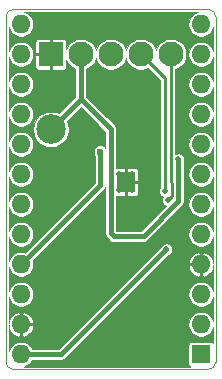
<source format=gbr>
%TF.GenerationSoftware,KiCad,Pcbnew,5.1.5+dfsg1-2~bpo10+1*%
%TF.CreationDate,Date%
%TF.ProjectId,ProMicro_ZPM,50726f4d-6963-4726-9f5f-5a504d2e6b69,v1.0*%
%TF.SameCoordinates,Original*%
%TF.FileFunction,Copper,L2,Bot*%
%TF.FilePolarity,Positive*%
%FSLAX45Y45*%
G04 Gerber Fmt 4.5, Leading zero omitted, Abs format (unit mm)*
G04 Created by KiCad*
%MOMM*%
%LPD*%
G04 APERTURE LIST*
%ADD10C,0.100000*%
%ADD11C,2.500000*%
%ADD12R,1.600000X1.800000*%
%ADD13C,0.500000*%
%ADD14C,2.100000*%
%ADD15R,2.100000X2.100000*%
%ADD16O,1.600000X1.600000*%
%ADD17R,1.600000X1.600000*%
%ADD18C,0.600000*%
%ADD19C,0.400000*%
%ADD20C,0.250000*%
%ADD21C,0.125000*%
%ADD22C,0.200000*%
%ADD23C,0.300000*%
%ADD24C,0.350000*%
G04 APERTURE END LIST*
D10*
X-63500Y-127000D02*
G75*
G02X-127000Y-63500I0J63500D01*
G01*
X1651000Y-63500D02*
G75*
G02X1587500Y-127000I-63500J0D01*
G01*
X1587500Y2921000D02*
G75*
G02X1651000Y2857500I0J-63500D01*
G01*
X-127000Y2857500D02*
G75*
G02X-63500Y2921000I63500J0D01*
G01*
X-127000Y-63500D02*
X-127000Y2857500D01*
X1587500Y-127000D02*
X-63500Y-127000D01*
X1651000Y2857500D02*
X1651000Y-63500D01*
X-63500Y2921000D02*
X1587500Y2921000D01*
D11*
X254000Y1905000D03*
D12*
X889000Y1460500D03*
D13*
X834000Y1525500D03*
X944000Y1525500D03*
X834000Y1395500D03*
X944000Y1395500D03*
D14*
X1270000Y2540000D03*
X1016000Y2540000D03*
X762000Y2540000D03*
X508000Y2540000D03*
D15*
X254000Y2540000D03*
D16*
X0Y0D03*
X0Y254000D03*
X0Y508000D03*
X1524000Y2794000D03*
X0Y762000D03*
X1524000Y2540000D03*
X0Y1016000D03*
X1524000Y2286000D03*
X0Y1270000D03*
X1524000Y2032000D03*
X0Y1524000D03*
X1524000Y1778000D03*
X0Y1778000D03*
X1524000Y1524000D03*
X0Y2032000D03*
X1524000Y1270000D03*
X0Y2286000D03*
X1524000Y1016000D03*
X0Y2540000D03*
X1524000Y762000D03*
X0Y2794000D03*
X1524000Y508000D03*
X1524000Y254000D03*
D17*
X1524000Y0D03*
D13*
X495300Y1143000D03*
X279400Y1143000D03*
D18*
X673100Y1714500D03*
D13*
X1231900Y889000D03*
X1333500Y1651000D03*
X789950Y1000750D03*
X1244600Y1308100D03*
X1219200Y1384300D03*
D19*
X0Y762000D02*
X673100Y1435100D01*
X673100Y1435100D02*
X673100Y1714500D01*
X342900Y0D02*
X1231900Y889000D01*
X0Y0D02*
X342900Y0D01*
X508000Y2540000D02*
X508000Y2159000D01*
X508000Y2159000D02*
X254000Y1905000D01*
X1333500Y1651000D02*
X1333500Y1295400D01*
X1333500Y1295400D02*
X1038850Y1000750D01*
X1038850Y1000750D02*
X789950Y1000750D01*
X762000Y1905000D02*
X508000Y2159000D01*
X762000Y1028700D02*
X762000Y1905000D01*
X789950Y1000750D02*
X762000Y1028700D01*
D20*
X1270000Y2540000D02*
X1270000Y1460500D01*
X1270000Y1460500D02*
X1280999Y1449501D01*
X1280999Y1449501D02*
X1280999Y1344499D01*
X1280999Y1344499D02*
X1269600Y1333100D01*
X1269600Y1333100D02*
X1244600Y1308100D01*
X1219200Y2336800D02*
X1219200Y1384300D01*
X1016000Y2540000D02*
X1219200Y2336800D01*
D21*
G36*
X1493008Y2896167D02*
G01*
X1473672Y2888157D01*
X1456270Y2876530D01*
X1441470Y2861730D01*
X1429842Y2844328D01*
X1421833Y2824992D01*
X1417750Y2804465D01*
X1417750Y2783535D01*
X1421833Y2763008D01*
X1429842Y2743672D01*
X1441470Y2726270D01*
X1456270Y2711470D01*
X1473672Y2699843D01*
X1493008Y2691833D01*
X1513535Y2687750D01*
X1534465Y2687750D01*
X1554992Y2691833D01*
X1574328Y2699843D01*
X1591730Y2711470D01*
X1606530Y2726270D01*
X1618157Y2743672D01*
X1626167Y2763008D01*
X1627250Y2768453D01*
X1627250Y2565547D01*
X1626167Y2570992D01*
X1618157Y2590328D01*
X1606530Y2607730D01*
X1591730Y2622530D01*
X1574328Y2634158D01*
X1554992Y2642167D01*
X1534465Y2646250D01*
X1513535Y2646250D01*
X1493008Y2642167D01*
X1473672Y2634158D01*
X1456270Y2622530D01*
X1441470Y2607730D01*
X1429842Y2590328D01*
X1421833Y2570992D01*
X1417750Y2550465D01*
X1417750Y2529535D01*
X1421833Y2509008D01*
X1429842Y2489672D01*
X1441470Y2472270D01*
X1456270Y2457470D01*
X1473672Y2445843D01*
X1493008Y2437833D01*
X1513535Y2433750D01*
X1534465Y2433750D01*
X1554992Y2437833D01*
X1574328Y2445843D01*
X1591730Y2457470D01*
X1606530Y2472270D01*
X1618157Y2489672D01*
X1626167Y2509008D01*
X1627250Y2514453D01*
X1627250Y2311547D01*
X1626167Y2316992D01*
X1618157Y2336328D01*
X1606530Y2353730D01*
X1591730Y2368530D01*
X1574328Y2380158D01*
X1554992Y2388167D01*
X1534465Y2392250D01*
X1513535Y2392250D01*
X1493008Y2388167D01*
X1473672Y2380158D01*
X1456270Y2368530D01*
X1441470Y2353730D01*
X1429842Y2336328D01*
X1421833Y2316992D01*
X1417750Y2296465D01*
X1417750Y2275535D01*
X1421833Y2255008D01*
X1429842Y2235672D01*
X1441470Y2218270D01*
X1456270Y2203470D01*
X1473672Y2191843D01*
X1493008Y2183833D01*
X1513535Y2179750D01*
X1534465Y2179750D01*
X1554992Y2183833D01*
X1574328Y2191843D01*
X1591730Y2203470D01*
X1606530Y2218270D01*
X1618157Y2235672D01*
X1626167Y2255008D01*
X1627250Y2260453D01*
X1627250Y2057547D01*
X1626167Y2062992D01*
X1618157Y2082328D01*
X1606530Y2099730D01*
X1591730Y2114530D01*
X1574328Y2126158D01*
X1554992Y2134167D01*
X1534465Y2138250D01*
X1513535Y2138250D01*
X1493008Y2134167D01*
X1473672Y2126158D01*
X1456270Y2114530D01*
X1441470Y2099730D01*
X1429842Y2082328D01*
X1421833Y2062992D01*
X1417750Y2042465D01*
X1417750Y2021535D01*
X1421833Y2001008D01*
X1429842Y1981672D01*
X1441470Y1964270D01*
X1456270Y1949470D01*
X1473672Y1937842D01*
X1493008Y1929833D01*
X1513535Y1925750D01*
X1534465Y1925750D01*
X1554992Y1929833D01*
X1574328Y1937842D01*
X1591730Y1949470D01*
X1606530Y1964270D01*
X1618157Y1981672D01*
X1626167Y2001008D01*
X1627250Y2006453D01*
X1627250Y1803547D01*
X1626167Y1808992D01*
X1618157Y1828328D01*
X1606530Y1845730D01*
X1591730Y1860530D01*
X1574328Y1872157D01*
X1554992Y1880167D01*
X1534465Y1884250D01*
X1513535Y1884250D01*
X1493008Y1880167D01*
X1473672Y1872157D01*
X1456270Y1860530D01*
X1441470Y1845730D01*
X1429842Y1828328D01*
X1421833Y1808992D01*
X1417750Y1788465D01*
X1417750Y1767535D01*
X1421833Y1747008D01*
X1429842Y1727672D01*
X1441470Y1710270D01*
X1456270Y1695470D01*
X1473672Y1683842D01*
X1493008Y1675833D01*
X1513535Y1671750D01*
X1534465Y1671750D01*
X1554992Y1675833D01*
X1574328Y1683842D01*
X1591730Y1695470D01*
X1606530Y1710270D01*
X1618157Y1727672D01*
X1626167Y1747008D01*
X1627250Y1752453D01*
X1627250Y1549547D01*
X1626167Y1554992D01*
X1618157Y1574328D01*
X1606530Y1591730D01*
X1591730Y1606530D01*
X1574328Y1618157D01*
X1554992Y1626167D01*
X1534465Y1630250D01*
X1513535Y1630250D01*
X1493008Y1626167D01*
X1473672Y1618157D01*
X1456270Y1606530D01*
X1441470Y1591730D01*
X1429842Y1574328D01*
X1421833Y1554992D01*
X1417750Y1534465D01*
X1417750Y1513535D01*
X1421833Y1493008D01*
X1429842Y1473672D01*
X1441470Y1456270D01*
X1456270Y1441470D01*
X1473672Y1429842D01*
X1493008Y1421833D01*
X1513535Y1417750D01*
X1534465Y1417750D01*
X1554992Y1421833D01*
X1574328Y1429842D01*
X1591730Y1441470D01*
X1606530Y1456270D01*
X1618157Y1473672D01*
X1626167Y1493008D01*
X1627250Y1498453D01*
X1627250Y1295547D01*
X1626167Y1300992D01*
X1618157Y1320328D01*
X1606530Y1337730D01*
X1591730Y1352530D01*
X1574328Y1364158D01*
X1554992Y1372167D01*
X1534465Y1376250D01*
X1513535Y1376250D01*
X1493008Y1372167D01*
X1473672Y1364158D01*
X1456270Y1352530D01*
X1441470Y1337730D01*
X1429842Y1320328D01*
X1421833Y1300992D01*
X1417750Y1280465D01*
X1417750Y1259535D01*
X1421833Y1239008D01*
X1429842Y1219672D01*
X1441470Y1202270D01*
X1456270Y1187470D01*
X1473672Y1175843D01*
X1493008Y1167833D01*
X1513535Y1163750D01*
X1534465Y1163750D01*
X1554992Y1167833D01*
X1574328Y1175843D01*
X1591730Y1187470D01*
X1606530Y1202270D01*
X1618157Y1219672D01*
X1626167Y1239008D01*
X1627250Y1244453D01*
X1627250Y1041546D01*
X1626167Y1046992D01*
X1618157Y1066328D01*
X1606530Y1083730D01*
X1591730Y1098530D01*
X1574328Y1110158D01*
X1554992Y1118167D01*
X1534465Y1122250D01*
X1513535Y1122250D01*
X1493008Y1118167D01*
X1473672Y1110158D01*
X1456270Y1098530D01*
X1441470Y1083730D01*
X1429842Y1066328D01*
X1421833Y1046992D01*
X1417750Y1026465D01*
X1417750Y1005535D01*
X1421833Y985008D01*
X1429842Y965672D01*
X1441470Y948270D01*
X1456270Y933470D01*
X1473672Y921842D01*
X1493008Y913833D01*
X1513535Y909750D01*
X1534465Y909750D01*
X1554992Y913833D01*
X1574328Y921842D01*
X1591730Y933470D01*
X1606530Y948270D01*
X1618157Y965672D01*
X1626167Y985008D01*
X1627250Y990453D01*
X1627250Y770750D01*
X1623303Y770750D01*
X1627217Y787207D01*
X1623826Y798385D01*
X1614810Y817161D01*
X1602303Y833818D01*
X1586788Y847714D01*
X1568859Y858316D01*
X1549207Y865217D01*
X1532750Y861327D01*
X1532750Y770750D01*
X1534750Y770750D01*
X1534750Y753250D01*
X1532750Y753250D01*
X1532750Y662673D01*
X1549207Y658783D01*
X1568859Y665684D01*
X1586788Y676286D01*
X1602303Y690182D01*
X1614810Y706839D01*
X1623826Y725615D01*
X1627217Y736793D01*
X1623303Y753250D01*
X1627250Y753250D01*
X1627250Y533546D01*
X1626167Y538992D01*
X1618157Y558328D01*
X1606530Y575730D01*
X1591730Y590530D01*
X1574328Y602158D01*
X1554992Y610167D01*
X1534465Y614250D01*
X1513535Y614250D01*
X1493008Y610167D01*
X1473672Y602158D01*
X1456270Y590530D01*
X1441470Y575730D01*
X1429842Y558328D01*
X1421833Y538992D01*
X1417750Y518465D01*
X1417750Y497535D01*
X1421833Y477008D01*
X1429842Y457672D01*
X1441470Y440270D01*
X1456270Y425470D01*
X1473672Y413842D01*
X1493008Y405833D01*
X1513535Y401750D01*
X1534465Y401750D01*
X1554992Y405833D01*
X1574328Y413842D01*
X1591730Y425470D01*
X1606530Y440270D01*
X1618157Y457672D01*
X1626167Y477008D01*
X1627250Y482454D01*
X1627250Y279546D01*
X1626167Y284992D01*
X1618157Y304328D01*
X1606530Y321730D01*
X1591730Y336530D01*
X1574328Y348158D01*
X1554992Y356167D01*
X1534465Y360250D01*
X1513535Y360250D01*
X1493008Y356167D01*
X1473672Y348158D01*
X1456270Y336530D01*
X1441470Y321730D01*
X1429842Y304328D01*
X1421833Y284992D01*
X1417750Y264465D01*
X1417750Y243535D01*
X1421833Y223008D01*
X1429842Y203672D01*
X1441470Y186270D01*
X1456270Y171470D01*
X1473672Y159843D01*
X1493008Y151833D01*
X1513535Y147750D01*
X1534465Y147750D01*
X1554992Y151833D01*
X1574328Y159843D01*
X1591730Y171470D01*
X1606530Y186270D01*
X1618157Y203672D01*
X1626167Y223008D01*
X1627250Y228454D01*
X1627250Y92188D01*
X1625932Y94654D01*
X1622651Y98651D01*
X1618654Y101932D01*
X1614094Y104369D01*
X1609146Y105870D01*
X1604000Y106377D01*
X1444000Y106377D01*
X1438854Y105870D01*
X1433906Y104369D01*
X1429346Y101932D01*
X1425349Y98651D01*
X1422068Y94654D01*
X1419631Y90094D01*
X1418130Y85146D01*
X1417623Y80000D01*
X1417623Y-80000D01*
X1418130Y-85146D01*
X1419631Y-90094D01*
X1422068Y-94654D01*
X1425349Y-98651D01*
X1429346Y-101932D01*
X1431812Y-103250D01*
X25547Y-103250D01*
X30992Y-102167D01*
X50328Y-94157D01*
X67730Y-82530D01*
X82530Y-67730D01*
X94157Y-50328D01*
X95847Y-46250D01*
X340629Y-46250D01*
X342900Y-46474D01*
X345171Y-46250D01*
X351967Y-45581D01*
X360685Y-42936D01*
X368719Y-38642D01*
X375762Y-32862D01*
X377210Y-31097D01*
X1145100Y736793D01*
X1420783Y736793D01*
X1424174Y725615D01*
X1433190Y706839D01*
X1445697Y690182D01*
X1461212Y676286D01*
X1479141Y665684D01*
X1498793Y658783D01*
X1515250Y662673D01*
X1515250Y753250D01*
X1424697Y753250D01*
X1420783Y736793D01*
X1145100Y736793D01*
X1195514Y787207D01*
X1420783Y787207D01*
X1424697Y770750D01*
X1515250Y770750D01*
X1515250Y861327D01*
X1498793Y865217D01*
X1479141Y858316D01*
X1461212Y847714D01*
X1445697Y833818D01*
X1433190Y817161D01*
X1424174Y798385D01*
X1420783Y787207D01*
X1195514Y787207D01*
X1248860Y840552D01*
X1256176Y843583D01*
X1264570Y849191D01*
X1271709Y856330D01*
X1277317Y864724D01*
X1281181Y874051D01*
X1283150Y883952D01*
X1283150Y894048D01*
X1281181Y903949D01*
X1277317Y913276D01*
X1271709Y921670D01*
X1264570Y928808D01*
X1256176Y934417D01*
X1246849Y938280D01*
X1236948Y940250D01*
X1226852Y940250D01*
X1216951Y938280D01*
X1207624Y934417D01*
X1199230Y928808D01*
X1192092Y921670D01*
X1186483Y913276D01*
X1183452Y905959D01*
X323743Y46250D01*
X95847Y46250D01*
X94157Y50328D01*
X82530Y67730D01*
X67730Y82530D01*
X50328Y94157D01*
X30992Y102167D01*
X10465Y106250D01*
X-10465Y106250D01*
X-30992Y102167D01*
X-50328Y94157D01*
X-67730Y82530D01*
X-82530Y67730D01*
X-94157Y50328D01*
X-102167Y30992D01*
X-103250Y25547D01*
X-103250Y245250D01*
X-99303Y245250D01*
X-103217Y228793D01*
X-99826Y217615D01*
X-90810Y198839D01*
X-78303Y182182D01*
X-62788Y168286D01*
X-44859Y157684D01*
X-25207Y150783D01*
X-8750Y154673D01*
X-8750Y245250D01*
X8750Y245250D01*
X8750Y154673D01*
X25207Y150783D01*
X44859Y157684D01*
X62788Y168286D01*
X78303Y182182D01*
X90810Y198839D01*
X99826Y217615D01*
X103217Y228793D01*
X99303Y245250D01*
X8750Y245250D01*
X-8750Y245250D01*
X-10750Y245250D01*
X-10750Y262750D01*
X-8750Y262750D01*
X-8750Y353327D01*
X8750Y353327D01*
X8750Y262750D01*
X99303Y262750D01*
X103217Y279207D01*
X99826Y290385D01*
X90810Y309161D01*
X78303Y325818D01*
X62788Y339714D01*
X44859Y350316D01*
X25207Y357217D01*
X8750Y353327D01*
X-8750Y353327D01*
X-25207Y357217D01*
X-44859Y350316D01*
X-62788Y339714D01*
X-78303Y325818D01*
X-90810Y309161D01*
X-99826Y290385D01*
X-103217Y279207D01*
X-99303Y262750D01*
X-103250Y262750D01*
X-103250Y482453D01*
X-102167Y477008D01*
X-94157Y457672D01*
X-82530Y440270D01*
X-67730Y425470D01*
X-50328Y413842D01*
X-30992Y405833D01*
X-10465Y401750D01*
X10465Y401750D01*
X30992Y405833D01*
X50328Y413842D01*
X67730Y425470D01*
X82530Y440270D01*
X94157Y457672D01*
X102167Y477008D01*
X106250Y497535D01*
X106250Y518465D01*
X102167Y538992D01*
X94157Y558328D01*
X82530Y575730D01*
X67730Y590530D01*
X50328Y602158D01*
X30992Y610167D01*
X10465Y614250D01*
X-10465Y614250D01*
X-30992Y610167D01*
X-50328Y602158D01*
X-67730Y590530D01*
X-82530Y575730D01*
X-94157Y558328D01*
X-102167Y538992D01*
X-103250Y533547D01*
X-103250Y736453D01*
X-102167Y731008D01*
X-94157Y711672D01*
X-82530Y694270D01*
X-67730Y679470D01*
X-50328Y667843D01*
X-30992Y659833D01*
X-10465Y655750D01*
X10465Y655750D01*
X30992Y659833D01*
X50328Y667843D01*
X67730Y679470D01*
X82530Y694270D01*
X94157Y711672D01*
X102167Y731008D01*
X106250Y751535D01*
X106250Y772465D01*
X102167Y792992D01*
X100478Y797070D01*
X704198Y1400790D01*
X705962Y1402238D01*
X711741Y1409281D01*
X715750Y1416780D01*
X715750Y1030971D01*
X715526Y1028700D01*
X715750Y1026429D01*
X716419Y1019633D01*
X719064Y1010915D01*
X723358Y1002881D01*
X729138Y995838D01*
X730903Y994390D01*
X741502Y983790D01*
X744533Y976474D01*
X750141Y968080D01*
X757280Y960941D01*
X765674Y955333D01*
X775001Y951469D01*
X784902Y949500D01*
X794998Y949500D01*
X804899Y951469D01*
X812215Y954500D01*
X1036579Y954500D01*
X1038850Y954276D01*
X1041121Y954500D01*
X1047917Y955169D01*
X1056635Y957814D01*
X1064669Y962108D01*
X1071712Y967888D01*
X1073160Y969653D01*
X1364598Y1261090D01*
X1366362Y1262538D01*
X1372142Y1269581D01*
X1376436Y1277615D01*
X1379081Y1286333D01*
X1379750Y1293129D01*
X1379974Y1295400D01*
X1379750Y1297671D01*
X1379750Y1628735D01*
X1382781Y1636051D01*
X1384750Y1645952D01*
X1384750Y1656048D01*
X1382781Y1665949D01*
X1378917Y1675276D01*
X1373309Y1683670D01*
X1366170Y1690808D01*
X1357776Y1696417D01*
X1348449Y1700280D01*
X1338548Y1702250D01*
X1328452Y1702250D01*
X1318551Y1700280D01*
X1309224Y1696417D01*
X1308750Y1696100D01*
X1308750Y2413987D01*
X1332170Y2423688D01*
X1353667Y2438051D01*
X1371949Y2456333D01*
X1386312Y2477830D01*
X1396206Y2501716D01*
X1401250Y2527073D01*
X1401250Y2552927D01*
X1396206Y2578284D01*
X1386312Y2602170D01*
X1371949Y2623667D01*
X1353667Y2641949D01*
X1332170Y2656312D01*
X1308284Y2666206D01*
X1282927Y2671250D01*
X1257073Y2671250D01*
X1231716Y2666206D01*
X1207830Y2656312D01*
X1186333Y2641949D01*
X1168051Y2623667D01*
X1153688Y2602170D01*
X1143794Y2578284D01*
X1143000Y2574293D01*
X1142206Y2578284D01*
X1132312Y2602170D01*
X1117949Y2623667D01*
X1099667Y2641949D01*
X1078170Y2656312D01*
X1054284Y2666206D01*
X1028927Y2671250D01*
X1003073Y2671250D01*
X977716Y2666206D01*
X953830Y2656312D01*
X932333Y2641949D01*
X914051Y2623667D01*
X899688Y2602170D01*
X889794Y2578284D01*
X889000Y2574293D01*
X888206Y2578284D01*
X878312Y2602170D01*
X863949Y2623667D01*
X845667Y2641949D01*
X824170Y2656312D01*
X800284Y2666206D01*
X774927Y2671250D01*
X749073Y2671250D01*
X723716Y2666206D01*
X699830Y2656312D01*
X678333Y2641949D01*
X660051Y2623667D01*
X645688Y2602170D01*
X635794Y2578284D01*
X635000Y2574293D01*
X634206Y2578284D01*
X624312Y2602170D01*
X609949Y2623667D01*
X591667Y2641949D01*
X570170Y2656312D01*
X546284Y2666206D01*
X520927Y2671250D01*
X495073Y2671250D01*
X469716Y2666206D01*
X445830Y2656312D01*
X424333Y2641949D01*
X406051Y2623667D01*
X391688Y2602170D01*
X385294Y2586736D01*
X385377Y2645000D01*
X384870Y2650146D01*
X383369Y2655094D01*
X380932Y2659654D01*
X377651Y2663651D01*
X373654Y2666932D01*
X369094Y2669369D01*
X364146Y2670870D01*
X359000Y2671377D01*
X269313Y2671250D01*
X262750Y2664688D01*
X262750Y2548750D01*
X264750Y2548750D01*
X264750Y2531250D01*
X262750Y2531250D01*
X262750Y2415313D01*
X269313Y2408750D01*
X359000Y2408623D01*
X364146Y2409130D01*
X369094Y2410631D01*
X373654Y2413068D01*
X377651Y2416349D01*
X380932Y2420346D01*
X383369Y2424906D01*
X384870Y2429854D01*
X385377Y2435000D01*
X385294Y2493264D01*
X391688Y2477830D01*
X406051Y2456333D01*
X424333Y2438051D01*
X445830Y2423688D01*
X461750Y2417093D01*
X461750Y2178158D01*
X323512Y2039919D01*
X298118Y2050437D01*
X268897Y2056250D01*
X239103Y2056250D01*
X209882Y2050437D01*
X182356Y2039036D01*
X157584Y2022483D01*
X136517Y2001416D01*
X119964Y1976644D01*
X108562Y1949118D01*
X102750Y1919897D01*
X102750Y1890103D01*
X108562Y1860882D01*
X119964Y1833356D01*
X136517Y1808584D01*
X157584Y1787516D01*
X182356Y1770964D01*
X209882Y1759562D01*
X239103Y1753750D01*
X268897Y1753750D01*
X298118Y1759562D01*
X325644Y1770964D01*
X350416Y1787516D01*
X371483Y1808584D01*
X388036Y1833356D01*
X399437Y1860882D01*
X405250Y1890103D01*
X405250Y1919897D01*
X399437Y1949118D01*
X388919Y1974512D01*
X508000Y2093593D01*
X715750Y1885842D01*
X715750Y1751399D01*
X708957Y1758192D01*
X699744Y1764348D01*
X689508Y1768588D01*
X678640Y1770750D01*
X667560Y1770750D01*
X656693Y1768588D01*
X646456Y1764348D01*
X637243Y1758192D01*
X629408Y1750357D01*
X623252Y1741144D01*
X619012Y1730907D01*
X616850Y1720040D01*
X616850Y1708960D01*
X619012Y1698092D01*
X623252Y1687856D01*
X626850Y1682470D01*
X626850Y1454257D01*
X35070Y862478D01*
X30992Y864167D01*
X10465Y868250D01*
X-10465Y868250D01*
X-30992Y864167D01*
X-50328Y856157D01*
X-67730Y844530D01*
X-82530Y829730D01*
X-94157Y812328D01*
X-102167Y792992D01*
X-103250Y787547D01*
X-103250Y990453D01*
X-102167Y985008D01*
X-94157Y965672D01*
X-82530Y948270D01*
X-67730Y933470D01*
X-50328Y921842D01*
X-30992Y913833D01*
X-10465Y909750D01*
X10465Y909750D01*
X30992Y913833D01*
X50328Y921842D01*
X67730Y933470D01*
X82530Y948270D01*
X94157Y965672D01*
X102167Y985008D01*
X106250Y1005535D01*
X106250Y1026465D01*
X102167Y1046992D01*
X94157Y1066328D01*
X82530Y1083730D01*
X67730Y1098530D01*
X50328Y1110158D01*
X30992Y1118167D01*
X10465Y1122250D01*
X-10465Y1122250D01*
X-30992Y1118167D01*
X-50328Y1110158D01*
X-67730Y1098530D01*
X-82530Y1083730D01*
X-94157Y1066328D01*
X-102167Y1046992D01*
X-103250Y1041547D01*
X-103250Y1244453D01*
X-102167Y1239008D01*
X-94157Y1219672D01*
X-82530Y1202270D01*
X-67730Y1187470D01*
X-50328Y1175843D01*
X-30992Y1167833D01*
X-10465Y1163750D01*
X10465Y1163750D01*
X30992Y1167833D01*
X50328Y1175843D01*
X67730Y1187470D01*
X82530Y1202270D01*
X94157Y1219672D01*
X102167Y1239008D01*
X106250Y1259535D01*
X106250Y1280465D01*
X102167Y1300992D01*
X94157Y1320328D01*
X82530Y1337730D01*
X67730Y1352530D01*
X50328Y1364158D01*
X30992Y1372167D01*
X10465Y1376250D01*
X-10465Y1376250D01*
X-30992Y1372167D01*
X-50328Y1364158D01*
X-67730Y1352530D01*
X-82530Y1337730D01*
X-94157Y1320328D01*
X-102167Y1300992D01*
X-103250Y1295547D01*
X-103250Y1498453D01*
X-102167Y1493008D01*
X-94157Y1473672D01*
X-82530Y1456270D01*
X-67730Y1441470D01*
X-50328Y1429842D01*
X-30992Y1421833D01*
X-10465Y1417750D01*
X10465Y1417750D01*
X30992Y1421833D01*
X50328Y1429842D01*
X67730Y1441470D01*
X82530Y1456270D01*
X94157Y1473672D01*
X102167Y1493008D01*
X106250Y1513535D01*
X106250Y1534465D01*
X102167Y1554992D01*
X94157Y1574328D01*
X82530Y1591730D01*
X67730Y1606530D01*
X50328Y1618157D01*
X30992Y1626167D01*
X10465Y1630250D01*
X-10465Y1630250D01*
X-30992Y1626167D01*
X-50328Y1618157D01*
X-67730Y1606530D01*
X-82530Y1591730D01*
X-94157Y1574328D01*
X-102167Y1554992D01*
X-103250Y1549547D01*
X-103250Y1752453D01*
X-102167Y1747008D01*
X-94157Y1727672D01*
X-82530Y1710270D01*
X-67730Y1695470D01*
X-50328Y1683842D01*
X-30992Y1675833D01*
X-10465Y1671750D01*
X10465Y1671750D01*
X30992Y1675833D01*
X50328Y1683842D01*
X67730Y1695470D01*
X82530Y1710270D01*
X94157Y1727672D01*
X102167Y1747008D01*
X106250Y1767535D01*
X106250Y1788465D01*
X102167Y1808992D01*
X94157Y1828328D01*
X82530Y1845730D01*
X67730Y1860530D01*
X50328Y1872157D01*
X30992Y1880167D01*
X10465Y1884250D01*
X-10465Y1884250D01*
X-30992Y1880167D01*
X-50328Y1872157D01*
X-67730Y1860530D01*
X-82530Y1845730D01*
X-94157Y1828328D01*
X-102167Y1808992D01*
X-103250Y1803547D01*
X-103250Y2006453D01*
X-102167Y2001008D01*
X-94157Y1981672D01*
X-82530Y1964270D01*
X-67730Y1949470D01*
X-50328Y1937842D01*
X-30992Y1929833D01*
X-10465Y1925750D01*
X10465Y1925750D01*
X30992Y1929833D01*
X50328Y1937842D01*
X67730Y1949470D01*
X82530Y1964270D01*
X94157Y1981672D01*
X102167Y2001008D01*
X106250Y2021535D01*
X106250Y2042465D01*
X102167Y2062992D01*
X94157Y2082328D01*
X82530Y2099730D01*
X67730Y2114530D01*
X50328Y2126158D01*
X30992Y2134167D01*
X10465Y2138250D01*
X-10465Y2138250D01*
X-30992Y2134167D01*
X-50328Y2126158D01*
X-67730Y2114530D01*
X-82530Y2099730D01*
X-94157Y2082328D01*
X-102167Y2062992D01*
X-103250Y2057547D01*
X-103250Y2260453D01*
X-102167Y2255008D01*
X-94157Y2235672D01*
X-82530Y2218270D01*
X-67730Y2203470D01*
X-50328Y2191843D01*
X-30992Y2183833D01*
X-10465Y2179750D01*
X10465Y2179750D01*
X30992Y2183833D01*
X50328Y2191843D01*
X67730Y2203470D01*
X82530Y2218270D01*
X94157Y2235672D01*
X102167Y2255008D01*
X106250Y2275535D01*
X106250Y2296465D01*
X102167Y2316992D01*
X94157Y2336328D01*
X82530Y2353730D01*
X67730Y2368530D01*
X50328Y2380158D01*
X30992Y2388167D01*
X10465Y2392250D01*
X-10465Y2392250D01*
X-30992Y2388167D01*
X-50328Y2380158D01*
X-67730Y2368530D01*
X-82530Y2353730D01*
X-94157Y2336328D01*
X-102167Y2316992D01*
X-103250Y2311547D01*
X-103250Y2514453D01*
X-102167Y2509008D01*
X-94157Y2489672D01*
X-82530Y2472270D01*
X-67730Y2457470D01*
X-50328Y2445843D01*
X-30992Y2437833D01*
X-10465Y2433750D01*
X10465Y2433750D01*
X16749Y2435000D01*
X122623Y2435000D01*
X123130Y2429854D01*
X124631Y2424906D01*
X127068Y2420346D01*
X130349Y2416349D01*
X134346Y2413068D01*
X138906Y2410631D01*
X143854Y2409130D01*
X149000Y2408623D01*
X238687Y2408750D01*
X245250Y2415313D01*
X245250Y2531250D01*
X129312Y2531250D01*
X122750Y2524688D01*
X122623Y2435000D01*
X16749Y2435000D01*
X30992Y2437833D01*
X50328Y2445843D01*
X67730Y2457470D01*
X82530Y2472270D01*
X94157Y2489672D01*
X102167Y2509008D01*
X106250Y2529535D01*
X106250Y2550465D01*
X102167Y2570992D01*
X94157Y2590328D01*
X82530Y2607730D01*
X67730Y2622530D01*
X50328Y2634158D01*
X30992Y2642167D01*
X16749Y2645000D01*
X122623Y2645000D01*
X122750Y2555313D01*
X129312Y2548750D01*
X245250Y2548750D01*
X245250Y2664688D01*
X238687Y2671250D01*
X149000Y2671377D01*
X143854Y2670870D01*
X138906Y2669369D01*
X134346Y2666932D01*
X130349Y2663651D01*
X127068Y2659654D01*
X124631Y2655094D01*
X123130Y2650146D01*
X122623Y2645000D01*
X16749Y2645000D01*
X10465Y2646250D01*
X-10465Y2646250D01*
X-30992Y2642167D01*
X-50328Y2634158D01*
X-67730Y2622530D01*
X-82530Y2607730D01*
X-94157Y2590328D01*
X-102167Y2570992D01*
X-103250Y2565547D01*
X-103250Y2768453D01*
X-102167Y2763008D01*
X-94157Y2743672D01*
X-82530Y2726270D01*
X-67730Y2711470D01*
X-50328Y2699843D01*
X-30992Y2691833D01*
X-10465Y2687750D01*
X10465Y2687750D01*
X30992Y2691833D01*
X50328Y2699843D01*
X67730Y2711470D01*
X82530Y2726270D01*
X94157Y2743672D01*
X102167Y2763008D01*
X106250Y2783535D01*
X106250Y2804465D01*
X102167Y2824992D01*
X94157Y2844328D01*
X82530Y2861730D01*
X67730Y2876530D01*
X50328Y2888157D01*
X30992Y2896167D01*
X25547Y2897250D01*
X1498453Y2897250D01*
X1493008Y2896167D01*
G37*
X1493008Y2896167D02*
X1473672Y2888157D01*
X1456270Y2876530D01*
X1441470Y2861730D01*
X1429842Y2844328D01*
X1421833Y2824992D01*
X1417750Y2804465D01*
X1417750Y2783535D01*
X1421833Y2763008D01*
X1429842Y2743672D01*
X1441470Y2726270D01*
X1456270Y2711470D01*
X1473672Y2699843D01*
X1493008Y2691833D01*
X1513535Y2687750D01*
X1534465Y2687750D01*
X1554992Y2691833D01*
X1574328Y2699843D01*
X1591730Y2711470D01*
X1606530Y2726270D01*
X1618157Y2743672D01*
X1626167Y2763008D01*
X1627250Y2768453D01*
X1627250Y2565547D01*
X1626167Y2570992D01*
X1618157Y2590328D01*
X1606530Y2607730D01*
X1591730Y2622530D01*
X1574328Y2634158D01*
X1554992Y2642167D01*
X1534465Y2646250D01*
X1513535Y2646250D01*
X1493008Y2642167D01*
X1473672Y2634158D01*
X1456270Y2622530D01*
X1441470Y2607730D01*
X1429842Y2590328D01*
X1421833Y2570992D01*
X1417750Y2550465D01*
X1417750Y2529535D01*
X1421833Y2509008D01*
X1429842Y2489672D01*
X1441470Y2472270D01*
X1456270Y2457470D01*
X1473672Y2445843D01*
X1493008Y2437833D01*
X1513535Y2433750D01*
X1534465Y2433750D01*
X1554992Y2437833D01*
X1574328Y2445843D01*
X1591730Y2457470D01*
X1606530Y2472270D01*
X1618157Y2489672D01*
X1626167Y2509008D01*
X1627250Y2514453D01*
X1627250Y2311547D01*
X1626167Y2316992D01*
X1618157Y2336328D01*
X1606530Y2353730D01*
X1591730Y2368530D01*
X1574328Y2380158D01*
X1554992Y2388167D01*
X1534465Y2392250D01*
X1513535Y2392250D01*
X1493008Y2388167D01*
X1473672Y2380158D01*
X1456270Y2368530D01*
X1441470Y2353730D01*
X1429842Y2336328D01*
X1421833Y2316992D01*
X1417750Y2296465D01*
X1417750Y2275535D01*
X1421833Y2255008D01*
X1429842Y2235672D01*
X1441470Y2218270D01*
X1456270Y2203470D01*
X1473672Y2191843D01*
X1493008Y2183833D01*
X1513535Y2179750D01*
X1534465Y2179750D01*
X1554992Y2183833D01*
X1574328Y2191843D01*
X1591730Y2203470D01*
X1606530Y2218270D01*
X1618157Y2235672D01*
X1626167Y2255008D01*
X1627250Y2260453D01*
X1627250Y2057547D01*
X1626167Y2062992D01*
X1618157Y2082328D01*
X1606530Y2099730D01*
X1591730Y2114530D01*
X1574328Y2126158D01*
X1554992Y2134167D01*
X1534465Y2138250D01*
X1513535Y2138250D01*
X1493008Y2134167D01*
X1473672Y2126158D01*
X1456270Y2114530D01*
X1441470Y2099730D01*
X1429842Y2082328D01*
X1421833Y2062992D01*
X1417750Y2042465D01*
X1417750Y2021535D01*
X1421833Y2001008D01*
X1429842Y1981672D01*
X1441470Y1964270D01*
X1456270Y1949470D01*
X1473672Y1937842D01*
X1493008Y1929833D01*
X1513535Y1925750D01*
X1534465Y1925750D01*
X1554992Y1929833D01*
X1574328Y1937842D01*
X1591730Y1949470D01*
X1606530Y1964270D01*
X1618157Y1981672D01*
X1626167Y2001008D01*
X1627250Y2006453D01*
X1627250Y1803547D01*
X1626167Y1808992D01*
X1618157Y1828328D01*
X1606530Y1845730D01*
X1591730Y1860530D01*
X1574328Y1872157D01*
X1554992Y1880167D01*
X1534465Y1884250D01*
X1513535Y1884250D01*
X1493008Y1880167D01*
X1473672Y1872157D01*
X1456270Y1860530D01*
X1441470Y1845730D01*
X1429842Y1828328D01*
X1421833Y1808992D01*
X1417750Y1788465D01*
X1417750Y1767535D01*
X1421833Y1747008D01*
X1429842Y1727672D01*
X1441470Y1710270D01*
X1456270Y1695470D01*
X1473672Y1683842D01*
X1493008Y1675833D01*
X1513535Y1671750D01*
X1534465Y1671750D01*
X1554992Y1675833D01*
X1574328Y1683842D01*
X1591730Y1695470D01*
X1606530Y1710270D01*
X1618157Y1727672D01*
X1626167Y1747008D01*
X1627250Y1752453D01*
X1627250Y1549547D01*
X1626167Y1554992D01*
X1618157Y1574328D01*
X1606530Y1591730D01*
X1591730Y1606530D01*
X1574328Y1618157D01*
X1554992Y1626167D01*
X1534465Y1630250D01*
X1513535Y1630250D01*
X1493008Y1626167D01*
X1473672Y1618157D01*
X1456270Y1606530D01*
X1441470Y1591730D01*
X1429842Y1574328D01*
X1421833Y1554992D01*
X1417750Y1534465D01*
X1417750Y1513535D01*
X1421833Y1493008D01*
X1429842Y1473672D01*
X1441470Y1456270D01*
X1456270Y1441470D01*
X1473672Y1429842D01*
X1493008Y1421833D01*
X1513535Y1417750D01*
X1534465Y1417750D01*
X1554992Y1421833D01*
X1574328Y1429842D01*
X1591730Y1441470D01*
X1606530Y1456270D01*
X1618157Y1473672D01*
X1626167Y1493008D01*
X1627250Y1498453D01*
X1627250Y1295547D01*
X1626167Y1300992D01*
X1618157Y1320328D01*
X1606530Y1337730D01*
X1591730Y1352530D01*
X1574328Y1364158D01*
X1554992Y1372167D01*
X1534465Y1376250D01*
X1513535Y1376250D01*
X1493008Y1372167D01*
X1473672Y1364158D01*
X1456270Y1352530D01*
X1441470Y1337730D01*
X1429842Y1320328D01*
X1421833Y1300992D01*
X1417750Y1280465D01*
X1417750Y1259535D01*
X1421833Y1239008D01*
X1429842Y1219672D01*
X1441470Y1202270D01*
X1456270Y1187470D01*
X1473672Y1175843D01*
X1493008Y1167833D01*
X1513535Y1163750D01*
X1534465Y1163750D01*
X1554992Y1167833D01*
X1574328Y1175843D01*
X1591730Y1187470D01*
X1606530Y1202270D01*
X1618157Y1219672D01*
X1626167Y1239008D01*
X1627250Y1244453D01*
X1627250Y1041546D01*
X1626167Y1046992D01*
X1618157Y1066328D01*
X1606530Y1083730D01*
X1591730Y1098530D01*
X1574328Y1110158D01*
X1554992Y1118167D01*
X1534465Y1122250D01*
X1513535Y1122250D01*
X1493008Y1118167D01*
X1473672Y1110158D01*
X1456270Y1098530D01*
X1441470Y1083730D01*
X1429842Y1066328D01*
X1421833Y1046992D01*
X1417750Y1026465D01*
X1417750Y1005535D01*
X1421833Y985008D01*
X1429842Y965672D01*
X1441470Y948270D01*
X1456270Y933470D01*
X1473672Y921842D01*
X1493008Y913833D01*
X1513535Y909750D01*
X1534465Y909750D01*
X1554992Y913833D01*
X1574328Y921842D01*
X1591730Y933470D01*
X1606530Y948270D01*
X1618157Y965672D01*
X1626167Y985008D01*
X1627250Y990453D01*
X1627250Y770750D01*
X1623303Y770750D01*
X1627217Y787207D01*
X1623826Y798385D01*
X1614810Y817161D01*
X1602303Y833818D01*
X1586788Y847714D01*
X1568859Y858316D01*
X1549207Y865217D01*
X1532750Y861327D01*
X1532750Y770750D01*
X1534750Y770750D01*
X1534750Y753250D01*
X1532750Y753250D01*
X1532750Y662673D01*
X1549207Y658783D01*
X1568859Y665684D01*
X1586788Y676286D01*
X1602303Y690182D01*
X1614810Y706839D01*
X1623826Y725615D01*
X1627217Y736793D01*
X1623303Y753250D01*
X1627250Y753250D01*
X1627250Y533546D01*
X1626167Y538992D01*
X1618157Y558328D01*
X1606530Y575730D01*
X1591730Y590530D01*
X1574328Y602158D01*
X1554992Y610167D01*
X1534465Y614250D01*
X1513535Y614250D01*
X1493008Y610167D01*
X1473672Y602158D01*
X1456270Y590530D01*
X1441470Y575730D01*
X1429842Y558328D01*
X1421833Y538992D01*
X1417750Y518465D01*
X1417750Y497535D01*
X1421833Y477008D01*
X1429842Y457672D01*
X1441470Y440270D01*
X1456270Y425470D01*
X1473672Y413842D01*
X1493008Y405833D01*
X1513535Y401750D01*
X1534465Y401750D01*
X1554992Y405833D01*
X1574328Y413842D01*
X1591730Y425470D01*
X1606530Y440270D01*
X1618157Y457672D01*
X1626167Y477008D01*
X1627250Y482454D01*
X1627250Y279546D01*
X1626167Y284992D01*
X1618157Y304328D01*
X1606530Y321730D01*
X1591730Y336530D01*
X1574328Y348158D01*
X1554992Y356167D01*
X1534465Y360250D01*
X1513535Y360250D01*
X1493008Y356167D01*
X1473672Y348158D01*
X1456270Y336530D01*
X1441470Y321730D01*
X1429842Y304328D01*
X1421833Y284992D01*
X1417750Y264465D01*
X1417750Y243535D01*
X1421833Y223008D01*
X1429842Y203672D01*
X1441470Y186270D01*
X1456270Y171470D01*
X1473672Y159843D01*
X1493008Y151833D01*
X1513535Y147750D01*
X1534465Y147750D01*
X1554992Y151833D01*
X1574328Y159843D01*
X1591730Y171470D01*
X1606530Y186270D01*
X1618157Y203672D01*
X1626167Y223008D01*
X1627250Y228454D01*
X1627250Y92188D01*
X1625932Y94654D01*
X1622651Y98651D01*
X1618654Y101932D01*
X1614094Y104369D01*
X1609146Y105870D01*
X1604000Y106377D01*
X1444000Y106377D01*
X1438854Y105870D01*
X1433906Y104369D01*
X1429346Y101932D01*
X1425349Y98651D01*
X1422068Y94654D01*
X1419631Y90094D01*
X1418130Y85146D01*
X1417623Y80000D01*
X1417623Y-80000D01*
X1418130Y-85146D01*
X1419631Y-90094D01*
X1422068Y-94654D01*
X1425349Y-98651D01*
X1429346Y-101932D01*
X1431812Y-103250D01*
X25547Y-103250D01*
X30992Y-102167D01*
X50328Y-94157D01*
X67730Y-82530D01*
X82530Y-67730D01*
X94157Y-50328D01*
X95847Y-46250D01*
X340629Y-46250D01*
X342900Y-46474D01*
X345171Y-46250D01*
X351967Y-45581D01*
X360685Y-42936D01*
X368719Y-38642D01*
X375762Y-32862D01*
X377210Y-31097D01*
X1145100Y736793D01*
X1420783Y736793D01*
X1424174Y725615D01*
X1433190Y706839D01*
X1445697Y690182D01*
X1461212Y676286D01*
X1479141Y665684D01*
X1498793Y658783D01*
X1515250Y662673D01*
X1515250Y753250D01*
X1424697Y753250D01*
X1420783Y736793D01*
X1145100Y736793D01*
X1195514Y787207D01*
X1420783Y787207D01*
X1424697Y770750D01*
X1515250Y770750D01*
X1515250Y861327D01*
X1498793Y865217D01*
X1479141Y858316D01*
X1461212Y847714D01*
X1445697Y833818D01*
X1433190Y817161D01*
X1424174Y798385D01*
X1420783Y787207D01*
X1195514Y787207D01*
X1248860Y840552D01*
X1256176Y843583D01*
X1264570Y849191D01*
X1271709Y856330D01*
X1277317Y864724D01*
X1281181Y874051D01*
X1283150Y883952D01*
X1283150Y894048D01*
X1281181Y903949D01*
X1277317Y913276D01*
X1271709Y921670D01*
X1264570Y928808D01*
X1256176Y934417D01*
X1246849Y938280D01*
X1236948Y940250D01*
X1226852Y940250D01*
X1216951Y938280D01*
X1207624Y934417D01*
X1199230Y928808D01*
X1192092Y921670D01*
X1186483Y913276D01*
X1183452Y905959D01*
X323743Y46250D01*
X95847Y46250D01*
X94157Y50328D01*
X82530Y67730D01*
X67730Y82530D01*
X50328Y94157D01*
X30992Y102167D01*
X10465Y106250D01*
X-10465Y106250D01*
X-30992Y102167D01*
X-50328Y94157D01*
X-67730Y82530D01*
X-82530Y67730D01*
X-94157Y50328D01*
X-102167Y30992D01*
X-103250Y25547D01*
X-103250Y245250D01*
X-99303Y245250D01*
X-103217Y228793D01*
X-99826Y217615D01*
X-90810Y198839D01*
X-78303Y182182D01*
X-62788Y168286D01*
X-44859Y157684D01*
X-25207Y150783D01*
X-8750Y154673D01*
X-8750Y245250D01*
X8750Y245250D01*
X8750Y154673D01*
X25207Y150783D01*
X44859Y157684D01*
X62788Y168286D01*
X78303Y182182D01*
X90810Y198839D01*
X99826Y217615D01*
X103217Y228793D01*
X99303Y245250D01*
X8750Y245250D01*
X-8750Y245250D01*
X-10750Y245250D01*
X-10750Y262750D01*
X-8750Y262750D01*
X-8750Y353327D01*
X8750Y353327D01*
X8750Y262750D01*
X99303Y262750D01*
X103217Y279207D01*
X99826Y290385D01*
X90810Y309161D01*
X78303Y325818D01*
X62788Y339714D01*
X44859Y350316D01*
X25207Y357217D01*
X8750Y353327D01*
X-8750Y353327D01*
X-25207Y357217D01*
X-44859Y350316D01*
X-62788Y339714D01*
X-78303Y325818D01*
X-90810Y309161D01*
X-99826Y290385D01*
X-103217Y279207D01*
X-99303Y262750D01*
X-103250Y262750D01*
X-103250Y482453D01*
X-102167Y477008D01*
X-94157Y457672D01*
X-82530Y440270D01*
X-67730Y425470D01*
X-50328Y413842D01*
X-30992Y405833D01*
X-10465Y401750D01*
X10465Y401750D01*
X30992Y405833D01*
X50328Y413842D01*
X67730Y425470D01*
X82530Y440270D01*
X94157Y457672D01*
X102167Y477008D01*
X106250Y497535D01*
X106250Y518465D01*
X102167Y538992D01*
X94157Y558328D01*
X82530Y575730D01*
X67730Y590530D01*
X50328Y602158D01*
X30992Y610167D01*
X10465Y614250D01*
X-10465Y614250D01*
X-30992Y610167D01*
X-50328Y602158D01*
X-67730Y590530D01*
X-82530Y575730D01*
X-94157Y558328D01*
X-102167Y538992D01*
X-103250Y533547D01*
X-103250Y736453D01*
X-102167Y731008D01*
X-94157Y711672D01*
X-82530Y694270D01*
X-67730Y679470D01*
X-50328Y667843D01*
X-30992Y659833D01*
X-10465Y655750D01*
X10465Y655750D01*
X30992Y659833D01*
X50328Y667843D01*
X67730Y679470D01*
X82530Y694270D01*
X94157Y711672D01*
X102167Y731008D01*
X106250Y751535D01*
X106250Y772465D01*
X102167Y792992D01*
X100478Y797070D01*
X704198Y1400790D01*
X705962Y1402238D01*
X711741Y1409281D01*
X715750Y1416780D01*
X715750Y1030971D01*
X715526Y1028700D01*
X715750Y1026429D01*
X716419Y1019633D01*
X719064Y1010915D01*
X723358Y1002881D01*
X729138Y995838D01*
X730903Y994390D01*
X741502Y983790D01*
X744533Y976474D01*
X750141Y968080D01*
X757280Y960941D01*
X765674Y955333D01*
X775001Y951469D01*
X784902Y949500D01*
X794998Y949500D01*
X804899Y951469D01*
X812215Y954500D01*
X1036579Y954500D01*
X1038850Y954276D01*
X1041121Y954500D01*
X1047917Y955169D01*
X1056635Y957814D01*
X1064669Y962108D01*
X1071712Y967888D01*
X1073160Y969653D01*
X1364598Y1261090D01*
X1366362Y1262538D01*
X1372142Y1269581D01*
X1376436Y1277615D01*
X1379081Y1286333D01*
X1379750Y1293129D01*
X1379974Y1295400D01*
X1379750Y1297671D01*
X1379750Y1628735D01*
X1382781Y1636051D01*
X1384750Y1645952D01*
X1384750Y1656048D01*
X1382781Y1665949D01*
X1378917Y1675276D01*
X1373309Y1683670D01*
X1366170Y1690808D01*
X1357776Y1696417D01*
X1348449Y1700280D01*
X1338548Y1702250D01*
X1328452Y1702250D01*
X1318551Y1700280D01*
X1309224Y1696417D01*
X1308750Y1696100D01*
X1308750Y2413987D01*
X1332170Y2423688D01*
X1353667Y2438051D01*
X1371949Y2456333D01*
X1386312Y2477830D01*
X1396206Y2501716D01*
X1401250Y2527073D01*
X1401250Y2552927D01*
X1396206Y2578284D01*
X1386312Y2602170D01*
X1371949Y2623667D01*
X1353667Y2641949D01*
X1332170Y2656312D01*
X1308284Y2666206D01*
X1282927Y2671250D01*
X1257073Y2671250D01*
X1231716Y2666206D01*
X1207830Y2656312D01*
X1186333Y2641949D01*
X1168051Y2623667D01*
X1153688Y2602170D01*
X1143794Y2578284D01*
X1143000Y2574293D01*
X1142206Y2578284D01*
X1132312Y2602170D01*
X1117949Y2623667D01*
X1099667Y2641949D01*
X1078170Y2656312D01*
X1054284Y2666206D01*
X1028927Y2671250D01*
X1003073Y2671250D01*
X977716Y2666206D01*
X953830Y2656312D01*
X932333Y2641949D01*
X914051Y2623667D01*
X899688Y2602170D01*
X889794Y2578284D01*
X889000Y2574293D01*
X888206Y2578284D01*
X878312Y2602170D01*
X863949Y2623667D01*
X845667Y2641949D01*
X824170Y2656312D01*
X800284Y2666206D01*
X774927Y2671250D01*
X749073Y2671250D01*
X723716Y2666206D01*
X699830Y2656312D01*
X678333Y2641949D01*
X660051Y2623667D01*
X645688Y2602170D01*
X635794Y2578284D01*
X635000Y2574293D01*
X634206Y2578284D01*
X624312Y2602170D01*
X609949Y2623667D01*
X591667Y2641949D01*
X570170Y2656312D01*
X546284Y2666206D01*
X520927Y2671250D01*
X495073Y2671250D01*
X469716Y2666206D01*
X445830Y2656312D01*
X424333Y2641949D01*
X406051Y2623667D01*
X391688Y2602170D01*
X385294Y2586736D01*
X385377Y2645000D01*
X384870Y2650146D01*
X383369Y2655094D01*
X380932Y2659654D01*
X377651Y2663651D01*
X373654Y2666932D01*
X369094Y2669369D01*
X364146Y2670870D01*
X359000Y2671377D01*
X269313Y2671250D01*
X262750Y2664688D01*
X262750Y2548750D01*
X264750Y2548750D01*
X264750Y2531250D01*
X262750Y2531250D01*
X262750Y2415313D01*
X269313Y2408750D01*
X359000Y2408623D01*
X364146Y2409130D01*
X369094Y2410631D01*
X373654Y2413068D01*
X377651Y2416349D01*
X380932Y2420346D01*
X383369Y2424906D01*
X384870Y2429854D01*
X385377Y2435000D01*
X385294Y2493264D01*
X391688Y2477830D01*
X406051Y2456333D01*
X424333Y2438051D01*
X445830Y2423688D01*
X461750Y2417093D01*
X461750Y2178158D01*
X323512Y2039919D01*
X298118Y2050437D01*
X268897Y2056250D01*
X239103Y2056250D01*
X209882Y2050437D01*
X182356Y2039036D01*
X157584Y2022483D01*
X136517Y2001416D01*
X119964Y1976644D01*
X108562Y1949118D01*
X102750Y1919897D01*
X102750Y1890103D01*
X108562Y1860882D01*
X119964Y1833356D01*
X136517Y1808584D01*
X157584Y1787516D01*
X182356Y1770964D01*
X209882Y1759562D01*
X239103Y1753750D01*
X268897Y1753750D01*
X298118Y1759562D01*
X325644Y1770964D01*
X350416Y1787516D01*
X371483Y1808584D01*
X388036Y1833356D01*
X399437Y1860882D01*
X405250Y1890103D01*
X405250Y1919897D01*
X399437Y1949118D01*
X388919Y1974512D01*
X508000Y2093593D01*
X715750Y1885842D01*
X715750Y1751399D01*
X708957Y1758192D01*
X699744Y1764348D01*
X689508Y1768588D01*
X678640Y1770750D01*
X667560Y1770750D01*
X656693Y1768588D01*
X646456Y1764348D01*
X637243Y1758192D01*
X629408Y1750357D01*
X623252Y1741144D01*
X619012Y1730907D01*
X616850Y1720040D01*
X616850Y1708960D01*
X619012Y1698092D01*
X623252Y1687856D01*
X626850Y1682470D01*
X626850Y1454257D01*
X35070Y862478D01*
X30992Y864167D01*
X10465Y868250D01*
X-10465Y868250D01*
X-30992Y864167D01*
X-50328Y856157D01*
X-67730Y844530D01*
X-82530Y829730D01*
X-94157Y812328D01*
X-102167Y792992D01*
X-103250Y787547D01*
X-103250Y990453D01*
X-102167Y985008D01*
X-94157Y965672D01*
X-82530Y948270D01*
X-67730Y933470D01*
X-50328Y921842D01*
X-30992Y913833D01*
X-10465Y909750D01*
X10465Y909750D01*
X30992Y913833D01*
X50328Y921842D01*
X67730Y933470D01*
X82530Y948270D01*
X94157Y965672D01*
X102167Y985008D01*
X106250Y1005535D01*
X106250Y1026465D01*
X102167Y1046992D01*
X94157Y1066328D01*
X82530Y1083730D01*
X67730Y1098530D01*
X50328Y1110158D01*
X30992Y1118167D01*
X10465Y1122250D01*
X-10465Y1122250D01*
X-30992Y1118167D01*
X-50328Y1110158D01*
X-67730Y1098530D01*
X-82530Y1083730D01*
X-94157Y1066328D01*
X-102167Y1046992D01*
X-103250Y1041547D01*
X-103250Y1244453D01*
X-102167Y1239008D01*
X-94157Y1219672D01*
X-82530Y1202270D01*
X-67730Y1187470D01*
X-50328Y1175843D01*
X-30992Y1167833D01*
X-10465Y1163750D01*
X10465Y1163750D01*
X30992Y1167833D01*
X50328Y1175843D01*
X67730Y1187470D01*
X82530Y1202270D01*
X94157Y1219672D01*
X102167Y1239008D01*
X106250Y1259535D01*
X106250Y1280465D01*
X102167Y1300992D01*
X94157Y1320328D01*
X82530Y1337730D01*
X67730Y1352530D01*
X50328Y1364158D01*
X30992Y1372167D01*
X10465Y1376250D01*
X-10465Y1376250D01*
X-30992Y1372167D01*
X-50328Y1364158D01*
X-67730Y1352530D01*
X-82530Y1337730D01*
X-94157Y1320328D01*
X-102167Y1300992D01*
X-103250Y1295547D01*
X-103250Y1498453D01*
X-102167Y1493008D01*
X-94157Y1473672D01*
X-82530Y1456270D01*
X-67730Y1441470D01*
X-50328Y1429842D01*
X-30992Y1421833D01*
X-10465Y1417750D01*
X10465Y1417750D01*
X30992Y1421833D01*
X50328Y1429842D01*
X67730Y1441470D01*
X82530Y1456270D01*
X94157Y1473672D01*
X102167Y1493008D01*
X106250Y1513535D01*
X106250Y1534465D01*
X102167Y1554992D01*
X94157Y1574328D01*
X82530Y1591730D01*
X67730Y1606530D01*
X50328Y1618157D01*
X30992Y1626167D01*
X10465Y1630250D01*
X-10465Y1630250D01*
X-30992Y1626167D01*
X-50328Y1618157D01*
X-67730Y1606530D01*
X-82530Y1591730D01*
X-94157Y1574328D01*
X-102167Y1554992D01*
X-103250Y1549547D01*
X-103250Y1752453D01*
X-102167Y1747008D01*
X-94157Y1727672D01*
X-82530Y1710270D01*
X-67730Y1695470D01*
X-50328Y1683842D01*
X-30992Y1675833D01*
X-10465Y1671750D01*
X10465Y1671750D01*
X30992Y1675833D01*
X50328Y1683842D01*
X67730Y1695470D01*
X82530Y1710270D01*
X94157Y1727672D01*
X102167Y1747008D01*
X106250Y1767535D01*
X106250Y1788465D01*
X102167Y1808992D01*
X94157Y1828328D01*
X82530Y1845730D01*
X67730Y1860530D01*
X50328Y1872157D01*
X30992Y1880167D01*
X10465Y1884250D01*
X-10465Y1884250D01*
X-30992Y1880167D01*
X-50328Y1872157D01*
X-67730Y1860530D01*
X-82530Y1845730D01*
X-94157Y1828328D01*
X-102167Y1808992D01*
X-103250Y1803547D01*
X-103250Y2006453D01*
X-102167Y2001008D01*
X-94157Y1981672D01*
X-82530Y1964270D01*
X-67730Y1949470D01*
X-50328Y1937842D01*
X-30992Y1929833D01*
X-10465Y1925750D01*
X10465Y1925750D01*
X30992Y1929833D01*
X50328Y1937842D01*
X67730Y1949470D01*
X82530Y1964270D01*
X94157Y1981672D01*
X102167Y2001008D01*
X106250Y2021535D01*
X106250Y2042465D01*
X102167Y2062992D01*
X94157Y2082328D01*
X82530Y2099730D01*
X67730Y2114530D01*
X50328Y2126158D01*
X30992Y2134167D01*
X10465Y2138250D01*
X-10465Y2138250D01*
X-30992Y2134167D01*
X-50328Y2126158D01*
X-67730Y2114530D01*
X-82530Y2099730D01*
X-94157Y2082328D01*
X-102167Y2062992D01*
X-103250Y2057547D01*
X-103250Y2260453D01*
X-102167Y2255008D01*
X-94157Y2235672D01*
X-82530Y2218270D01*
X-67730Y2203470D01*
X-50328Y2191843D01*
X-30992Y2183833D01*
X-10465Y2179750D01*
X10465Y2179750D01*
X30992Y2183833D01*
X50328Y2191843D01*
X67730Y2203470D01*
X82530Y2218270D01*
X94157Y2235672D01*
X102167Y2255008D01*
X106250Y2275535D01*
X106250Y2296465D01*
X102167Y2316992D01*
X94157Y2336328D01*
X82530Y2353730D01*
X67730Y2368530D01*
X50328Y2380158D01*
X30992Y2388167D01*
X10465Y2392250D01*
X-10465Y2392250D01*
X-30992Y2388167D01*
X-50328Y2380158D01*
X-67730Y2368530D01*
X-82530Y2353730D01*
X-94157Y2336328D01*
X-102167Y2316992D01*
X-103250Y2311547D01*
X-103250Y2514453D01*
X-102167Y2509008D01*
X-94157Y2489672D01*
X-82530Y2472270D01*
X-67730Y2457470D01*
X-50328Y2445843D01*
X-30992Y2437833D01*
X-10465Y2433750D01*
X10465Y2433750D01*
X16749Y2435000D01*
X122623Y2435000D01*
X123130Y2429854D01*
X124631Y2424906D01*
X127068Y2420346D01*
X130349Y2416349D01*
X134346Y2413068D01*
X138906Y2410631D01*
X143854Y2409130D01*
X149000Y2408623D01*
X238687Y2408750D01*
X245250Y2415313D01*
X245250Y2531250D01*
X129312Y2531250D01*
X122750Y2524688D01*
X122623Y2435000D01*
X16749Y2435000D01*
X30992Y2437833D01*
X50328Y2445843D01*
X67730Y2457470D01*
X82530Y2472270D01*
X94157Y2489672D01*
X102167Y2509008D01*
X106250Y2529535D01*
X106250Y2550465D01*
X102167Y2570992D01*
X94157Y2590328D01*
X82530Y2607730D01*
X67730Y2622530D01*
X50328Y2634158D01*
X30992Y2642167D01*
X16749Y2645000D01*
X122623Y2645000D01*
X122750Y2555313D01*
X129312Y2548750D01*
X245250Y2548750D01*
X245250Y2664688D01*
X238687Y2671250D01*
X149000Y2671377D01*
X143854Y2670870D01*
X138906Y2669369D01*
X134346Y2666932D01*
X130349Y2663651D01*
X127068Y2659654D01*
X124631Y2655094D01*
X123130Y2650146D01*
X122623Y2645000D01*
X16749Y2645000D01*
X10465Y2646250D01*
X-10465Y2646250D01*
X-30992Y2642167D01*
X-50328Y2634158D01*
X-67730Y2622530D01*
X-82530Y2607730D01*
X-94157Y2590328D01*
X-102167Y2570992D01*
X-103250Y2565547D01*
X-103250Y2768453D01*
X-102167Y2763008D01*
X-94157Y2743672D01*
X-82530Y2726270D01*
X-67730Y2711470D01*
X-50328Y2699843D01*
X-30992Y2691833D01*
X-10465Y2687750D01*
X10465Y2687750D01*
X30992Y2691833D01*
X50328Y2699843D01*
X67730Y2711470D01*
X82530Y2726270D01*
X94157Y2743672D01*
X102167Y2763008D01*
X106250Y2783535D01*
X106250Y2804465D01*
X102167Y2824992D01*
X94157Y2844328D01*
X82530Y2861730D01*
X67730Y2876530D01*
X50328Y2888157D01*
X30992Y2896167D01*
X25547Y2897250D01*
X1498453Y2897250D01*
X1493008Y2896167D01*
G36*
X889794Y2501716D02*
G01*
X899688Y2477830D01*
X914051Y2456333D01*
X932333Y2438051D01*
X953830Y2423688D01*
X977716Y2413794D01*
X1003073Y2408750D01*
X1028927Y2408750D01*
X1054284Y2413794D01*
X1077705Y2423495D01*
X1180450Y2320749D01*
X1180450Y1418029D01*
X1179392Y1416970D01*
X1173783Y1408576D01*
X1169920Y1399249D01*
X1167950Y1389348D01*
X1167950Y1379252D01*
X1169920Y1369351D01*
X1173783Y1360024D01*
X1179392Y1351630D01*
X1186530Y1344492D01*
X1194924Y1338883D01*
X1201665Y1336091D01*
X1199183Y1332376D01*
X1195320Y1323049D01*
X1193350Y1313148D01*
X1193350Y1303052D01*
X1195320Y1293151D01*
X1199183Y1283824D01*
X1204792Y1275430D01*
X1211930Y1268292D01*
X1220324Y1262683D01*
X1229651Y1258820D01*
X1231203Y1258511D01*
X1019693Y1047000D01*
X812215Y1047000D01*
X808250Y1048643D01*
X808250Y1344197D01*
X809000Y1344123D01*
X830330Y1344165D01*
X830661Y1344110D01*
X832420Y1344169D01*
X873687Y1344250D01*
X880250Y1350813D01*
X880250Y1372882D01*
X883751Y1382200D01*
X885390Y1392161D01*
X885167Y1398839D01*
X892610Y1398839D01*
X892946Y1388749D01*
X895244Y1378919D01*
X897750Y1372870D01*
X897750Y1350813D01*
X904312Y1344250D01*
X940241Y1344180D01*
X940661Y1344110D01*
X942595Y1344175D01*
X969000Y1344123D01*
X974146Y1344630D01*
X979094Y1346131D01*
X983654Y1348568D01*
X987651Y1351849D01*
X990932Y1355846D01*
X993369Y1360406D01*
X994870Y1365354D01*
X995377Y1370500D01*
X995341Y1391864D01*
X995390Y1392161D01*
X995337Y1393725D01*
X995250Y1445187D01*
X988687Y1451750D01*
X897750Y1451750D01*
X897750Y1418118D01*
X894249Y1408800D01*
X892610Y1398839D01*
X885167Y1398839D01*
X885053Y1402251D01*
X882755Y1412081D01*
X880250Y1418130D01*
X880250Y1451750D01*
X878250Y1451750D01*
X878250Y1469250D01*
X880250Y1469250D01*
X880250Y1502882D01*
X883751Y1512200D01*
X885390Y1522161D01*
X885167Y1528839D01*
X892610Y1528839D01*
X892946Y1518749D01*
X895244Y1508919D01*
X897750Y1502870D01*
X897750Y1469250D01*
X988687Y1469250D01*
X995250Y1475812D01*
X995328Y1521788D01*
X995390Y1522161D01*
X995332Y1523897D01*
X995377Y1550500D01*
X994870Y1555646D01*
X993369Y1560594D01*
X990932Y1565154D01*
X987651Y1569151D01*
X983654Y1572432D01*
X979094Y1574869D01*
X974146Y1576370D01*
X969000Y1576877D01*
X947670Y1576835D01*
X947339Y1576890D01*
X945580Y1576831D01*
X904312Y1576750D01*
X897750Y1570187D01*
X897750Y1548118D01*
X894249Y1538800D01*
X892610Y1528839D01*
X885167Y1528839D01*
X885053Y1532251D01*
X882755Y1542081D01*
X880250Y1548130D01*
X880250Y1570187D01*
X873687Y1576750D01*
X837759Y1576820D01*
X837339Y1576890D01*
X835404Y1576825D01*
X809000Y1576877D01*
X808250Y1576803D01*
X808250Y1902729D01*
X808474Y1905000D01*
X807581Y1914067D01*
X805812Y1919897D01*
X804936Y1922785D01*
X800641Y1930819D01*
X794862Y1937862D01*
X793097Y1939310D01*
X554250Y2178157D01*
X554250Y2417093D01*
X570170Y2423688D01*
X591667Y2438051D01*
X609949Y2456333D01*
X624312Y2477830D01*
X634206Y2501716D01*
X635000Y2505707D01*
X635794Y2501716D01*
X645688Y2477830D01*
X660051Y2456333D01*
X678333Y2438051D01*
X699830Y2423688D01*
X723716Y2413794D01*
X749073Y2408750D01*
X774927Y2408750D01*
X800284Y2413794D01*
X824170Y2423688D01*
X845667Y2438051D01*
X863949Y2456333D01*
X878312Y2477830D01*
X888206Y2501716D01*
X889000Y2505707D01*
X889794Y2501716D01*
G37*
X889794Y2501716D02*
X899688Y2477830D01*
X914051Y2456333D01*
X932333Y2438051D01*
X953830Y2423688D01*
X977716Y2413794D01*
X1003073Y2408750D01*
X1028927Y2408750D01*
X1054284Y2413794D01*
X1077705Y2423495D01*
X1180450Y2320749D01*
X1180450Y1418029D01*
X1179392Y1416970D01*
X1173783Y1408576D01*
X1169920Y1399249D01*
X1167950Y1389348D01*
X1167950Y1379252D01*
X1169920Y1369351D01*
X1173783Y1360024D01*
X1179392Y1351630D01*
X1186530Y1344492D01*
X1194924Y1338883D01*
X1201665Y1336091D01*
X1199183Y1332376D01*
X1195320Y1323049D01*
X1193350Y1313148D01*
X1193350Y1303052D01*
X1195320Y1293151D01*
X1199183Y1283824D01*
X1204792Y1275430D01*
X1211930Y1268292D01*
X1220324Y1262683D01*
X1229651Y1258820D01*
X1231203Y1258511D01*
X1019693Y1047000D01*
X812215Y1047000D01*
X808250Y1048643D01*
X808250Y1344197D01*
X809000Y1344123D01*
X830330Y1344165D01*
X830661Y1344110D01*
X832420Y1344169D01*
X873687Y1344250D01*
X880250Y1350813D01*
X880250Y1372882D01*
X883751Y1382200D01*
X885390Y1392161D01*
X885167Y1398839D01*
X892610Y1398839D01*
X892946Y1388749D01*
X895244Y1378919D01*
X897750Y1372870D01*
X897750Y1350813D01*
X904312Y1344250D01*
X940241Y1344180D01*
X940661Y1344110D01*
X942595Y1344175D01*
X969000Y1344123D01*
X974146Y1344630D01*
X979094Y1346131D01*
X983654Y1348568D01*
X987651Y1351849D01*
X990932Y1355846D01*
X993369Y1360406D01*
X994870Y1365354D01*
X995377Y1370500D01*
X995341Y1391864D01*
X995390Y1392161D01*
X995337Y1393725D01*
X995250Y1445187D01*
X988687Y1451750D01*
X897750Y1451750D01*
X897750Y1418118D01*
X894249Y1408800D01*
X892610Y1398839D01*
X885167Y1398839D01*
X885053Y1402251D01*
X882755Y1412081D01*
X880250Y1418130D01*
X880250Y1451750D01*
X878250Y1451750D01*
X878250Y1469250D01*
X880250Y1469250D01*
X880250Y1502882D01*
X883751Y1512200D01*
X885390Y1522161D01*
X885167Y1528839D01*
X892610Y1528839D01*
X892946Y1518749D01*
X895244Y1508919D01*
X897750Y1502870D01*
X897750Y1469250D01*
X988687Y1469250D01*
X995250Y1475812D01*
X995328Y1521788D01*
X995390Y1522161D01*
X995332Y1523897D01*
X995377Y1550500D01*
X994870Y1555646D01*
X993369Y1560594D01*
X990932Y1565154D01*
X987651Y1569151D01*
X983654Y1572432D01*
X979094Y1574869D01*
X974146Y1576370D01*
X969000Y1576877D01*
X947670Y1576835D01*
X947339Y1576890D01*
X945580Y1576831D01*
X904312Y1576750D01*
X897750Y1570187D01*
X897750Y1548118D01*
X894249Y1538800D01*
X892610Y1528839D01*
X885167Y1528839D01*
X885053Y1532251D01*
X882755Y1542081D01*
X880250Y1548130D01*
X880250Y1570187D01*
X873687Y1576750D01*
X837759Y1576820D01*
X837339Y1576890D01*
X835404Y1576825D01*
X809000Y1576877D01*
X808250Y1576803D01*
X808250Y1902729D01*
X808474Y1905000D01*
X807581Y1914067D01*
X805812Y1919897D01*
X804936Y1922785D01*
X800641Y1930819D01*
X794862Y1937862D01*
X793097Y1939310D01*
X554250Y2178157D01*
X554250Y2417093D01*
X570170Y2423688D01*
X591667Y2438051D01*
X609949Y2456333D01*
X624312Y2477830D01*
X634206Y2501716D01*
X635000Y2505707D01*
X635794Y2501716D01*
X645688Y2477830D01*
X660051Y2456333D01*
X678333Y2438051D01*
X699830Y2423688D01*
X723716Y2413794D01*
X749073Y2408750D01*
X774927Y2408750D01*
X800284Y2413794D01*
X824170Y2423688D01*
X845667Y2438051D01*
X863949Y2456333D01*
X878312Y2477830D01*
X888206Y2501716D01*
X889000Y2505707D01*
X889794Y2501716D01*
D22*
X495300Y1143000D03*
X279400Y1143000D03*
D23*
X673100Y1714500D03*
D22*
X1231900Y889000D03*
X1333500Y1651000D03*
X789950Y1000750D03*
X1244600Y1308100D03*
X1219200Y1384300D03*
X834000Y1525500D03*
X944000Y1525500D03*
X834000Y1395500D03*
X944000Y1395500D03*
D24*
X1270000Y2540000D03*
X1016000Y2540000D03*
X762000Y2540000D03*
X508000Y2540000D03*
X254000Y2540000D03*
X0Y0D03*
X0Y254000D03*
X0Y508000D03*
X1524000Y2794000D03*
X0Y762000D03*
X1524000Y2540000D03*
X0Y1016000D03*
X1524000Y2286000D03*
X0Y1270000D03*
X1524000Y2032000D03*
X0Y1524000D03*
X1524000Y1778000D03*
X0Y1778000D03*
X1524000Y1524000D03*
X0Y2032000D03*
X1524000Y1270000D03*
X0Y2286000D03*
X1524000Y1016000D03*
X0Y2540000D03*
X1524000Y762000D03*
X0Y2794000D03*
X1524000Y508000D03*
X1524000Y254000D03*
X1524000Y0D03*
M02*

</source>
